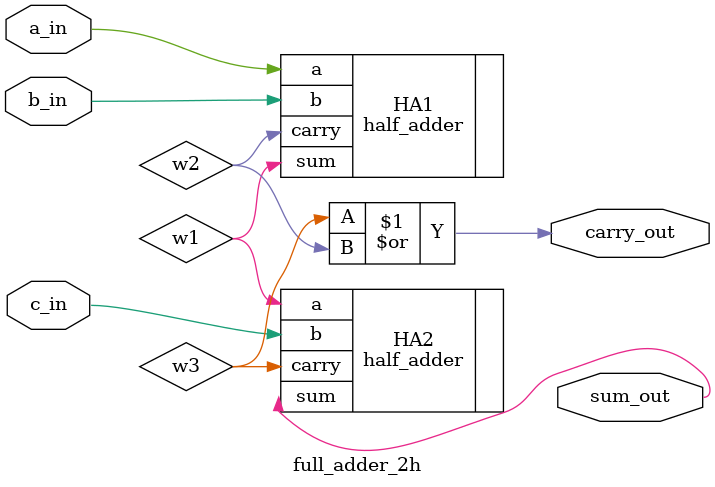
<source format=v>

module full_adder_2h(a_in,
		  b_in,
		  c_in,
		  sum_out,
		  carry_out);
   input a_in,b_in,c_in;
   output sum_out,carry_out; 
   wire w1,w2,w3;		 
   half_adder HA1(.a(a_in),
	          .b(b_in),
		  .sum(w1),
		  .carry(w2));
   half_adder HA2(.a(w1),
		  .b(c_in),
		  .sum(sum_out),
		  .carry(w3));						
   or or1(carry_out,w3,w2);

endmodule


</source>
